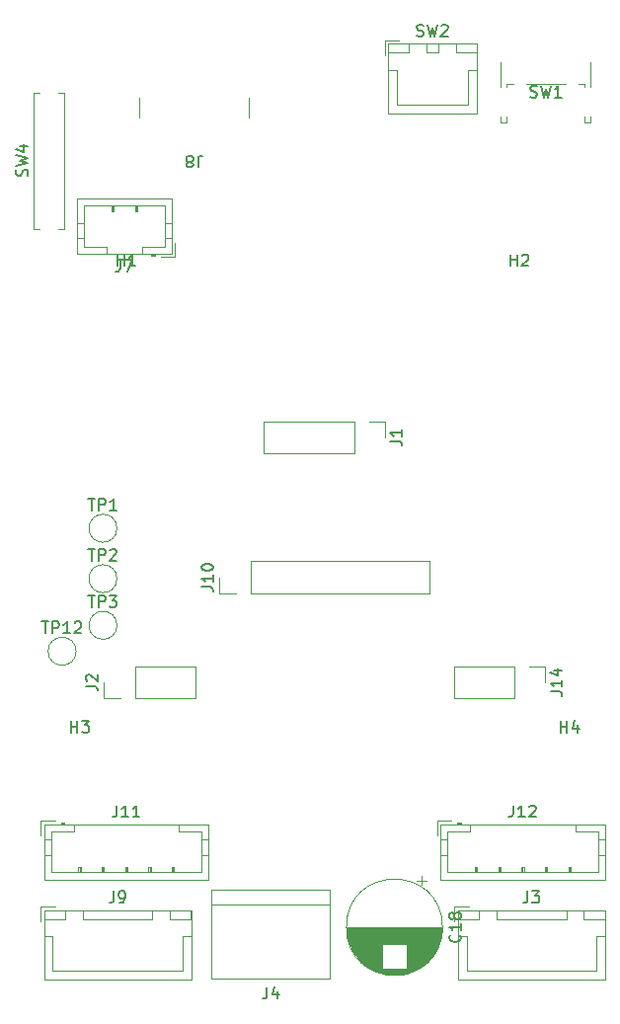
<source format=gbr>
%TF.GenerationSoftware,KiCad,Pcbnew,9.0.4*%
%TF.CreationDate,2025-08-24T10:42:23+02:00*%
%TF.ProjectId,pami_2026,70616d69-5f32-4303-9236-2e6b69636164,rev?*%
%TF.SameCoordinates,Original*%
%TF.FileFunction,Legend,Top*%
%TF.FilePolarity,Positive*%
%FSLAX46Y46*%
G04 Gerber Fmt 4.6, Leading zero omitted, Abs format (unit mm)*
G04 Created by KiCad (PCBNEW 9.0.4) date 2025-08-24 10:42:23*
%MOMM*%
%LPD*%
G01*
G04 APERTURE LIST*
%ADD10C,0.150000*%
%ADD11C,0.120000*%
G04 APERTURE END LIST*
D10*
X195190476Y-90554819D02*
X195190476Y-91269104D01*
X195190476Y-91269104D02*
X195142857Y-91411961D01*
X195142857Y-91411961D02*
X195047619Y-91507200D01*
X195047619Y-91507200D02*
X194904762Y-91554819D01*
X194904762Y-91554819D02*
X194809524Y-91554819D01*
X196190476Y-91554819D02*
X195619048Y-91554819D01*
X195904762Y-91554819D02*
X195904762Y-90554819D01*
X195904762Y-90554819D02*
X195809524Y-90697676D01*
X195809524Y-90697676D02*
X195714286Y-90792914D01*
X195714286Y-90792914D02*
X195619048Y-90840533D01*
X197142857Y-91554819D02*
X196571429Y-91554819D01*
X196857143Y-91554819D02*
X196857143Y-90554819D01*
X196857143Y-90554819D02*
X196761905Y-90697676D01*
X196761905Y-90697676D02*
X196666667Y-90792914D01*
X196666667Y-90792914D02*
X196571429Y-90840533D01*
X192738095Y-64252819D02*
X193309523Y-64252819D01*
X193023809Y-65252819D02*
X193023809Y-64252819D01*
X193642857Y-65252819D02*
X193642857Y-64252819D01*
X193642857Y-64252819D02*
X194023809Y-64252819D01*
X194023809Y-64252819D02*
X194119047Y-64300438D01*
X194119047Y-64300438D02*
X194166666Y-64348057D01*
X194166666Y-64348057D02*
X194214285Y-64443295D01*
X194214285Y-64443295D02*
X194214285Y-64586152D01*
X194214285Y-64586152D02*
X194166666Y-64681390D01*
X194166666Y-64681390D02*
X194119047Y-64729009D01*
X194119047Y-64729009D02*
X194023809Y-64776628D01*
X194023809Y-64776628D02*
X193642857Y-64776628D01*
X195166666Y-65252819D02*
X194595238Y-65252819D01*
X194880952Y-65252819D02*
X194880952Y-64252819D01*
X194880952Y-64252819D02*
X194785714Y-64395676D01*
X194785714Y-64395676D02*
X194690476Y-64490914D01*
X194690476Y-64490914D02*
X194595238Y-64538533D01*
X202153333Y-35845180D02*
X202153333Y-35130895D01*
X202153333Y-35130895D02*
X202200952Y-34988038D01*
X202200952Y-34988038D02*
X202296190Y-34892800D01*
X202296190Y-34892800D02*
X202439047Y-34845180D01*
X202439047Y-34845180D02*
X202534285Y-34845180D01*
X201534285Y-35416609D02*
X201629523Y-35464228D01*
X201629523Y-35464228D02*
X201677142Y-35511847D01*
X201677142Y-35511847D02*
X201724761Y-35607085D01*
X201724761Y-35607085D02*
X201724761Y-35654704D01*
X201724761Y-35654704D02*
X201677142Y-35749942D01*
X201677142Y-35749942D02*
X201629523Y-35797561D01*
X201629523Y-35797561D02*
X201534285Y-35845180D01*
X201534285Y-35845180D02*
X201343809Y-35845180D01*
X201343809Y-35845180D02*
X201248571Y-35797561D01*
X201248571Y-35797561D02*
X201200952Y-35749942D01*
X201200952Y-35749942D02*
X201153333Y-35654704D01*
X201153333Y-35654704D02*
X201153333Y-35607085D01*
X201153333Y-35607085D02*
X201200952Y-35511847D01*
X201200952Y-35511847D02*
X201248571Y-35464228D01*
X201248571Y-35464228D02*
X201343809Y-35416609D01*
X201343809Y-35416609D02*
X201534285Y-35416609D01*
X201534285Y-35416609D02*
X201629523Y-35368990D01*
X201629523Y-35368990D02*
X201677142Y-35321371D01*
X201677142Y-35321371D02*
X201724761Y-35226133D01*
X201724761Y-35226133D02*
X201724761Y-35035657D01*
X201724761Y-35035657D02*
X201677142Y-34940419D01*
X201677142Y-34940419D02*
X201629523Y-34892800D01*
X201629523Y-34892800D02*
X201534285Y-34845180D01*
X201534285Y-34845180D02*
X201343809Y-34845180D01*
X201343809Y-34845180D02*
X201248571Y-34892800D01*
X201248571Y-34892800D02*
X201200952Y-34940419D01*
X201200952Y-34940419D02*
X201153333Y-35035657D01*
X201153333Y-35035657D02*
X201153333Y-35226133D01*
X201153333Y-35226133D02*
X201200952Y-35321371D01*
X201200952Y-35321371D02*
X201248571Y-35368990D01*
X201248571Y-35368990D02*
X201343809Y-35416609D01*
X229190476Y-90554819D02*
X229190476Y-91269104D01*
X229190476Y-91269104D02*
X229142857Y-91411961D01*
X229142857Y-91411961D02*
X229047619Y-91507200D01*
X229047619Y-91507200D02*
X228904762Y-91554819D01*
X228904762Y-91554819D02*
X228809524Y-91554819D01*
X230190476Y-91554819D02*
X229619048Y-91554819D01*
X229904762Y-91554819D02*
X229904762Y-90554819D01*
X229904762Y-90554819D02*
X229809524Y-90697676D01*
X229809524Y-90697676D02*
X229714286Y-90792914D01*
X229714286Y-90792914D02*
X229619048Y-90840533D01*
X230571429Y-90650057D02*
X230619048Y-90602438D01*
X230619048Y-90602438D02*
X230714286Y-90554819D01*
X230714286Y-90554819D02*
X230952381Y-90554819D01*
X230952381Y-90554819D02*
X231047619Y-90602438D01*
X231047619Y-90602438D02*
X231095238Y-90650057D01*
X231095238Y-90650057D02*
X231142857Y-90745295D01*
X231142857Y-90745295D02*
X231142857Y-90840533D01*
X231142857Y-90840533D02*
X231095238Y-90983390D01*
X231095238Y-90983390D02*
X230523810Y-91554819D01*
X230523810Y-91554819D02*
X231142857Y-91554819D01*
X228935151Y-44304819D02*
X228935151Y-43304819D01*
X228935151Y-43781009D02*
X229506579Y-43781009D01*
X229506579Y-44304819D02*
X229506579Y-43304819D01*
X229935151Y-43400057D02*
X229982770Y-43352438D01*
X229982770Y-43352438D02*
X230078008Y-43304819D01*
X230078008Y-43304819D02*
X230316103Y-43304819D01*
X230316103Y-43304819D02*
X230411341Y-43352438D01*
X230411341Y-43352438D02*
X230458960Y-43400057D01*
X230458960Y-43400057D02*
X230506579Y-43495295D01*
X230506579Y-43495295D02*
X230506579Y-43590533D01*
X230506579Y-43590533D02*
X230458960Y-43733390D01*
X230458960Y-43733390D02*
X229887532Y-44304819D01*
X229887532Y-44304819D02*
X230506579Y-44304819D01*
X194916666Y-97904819D02*
X194916666Y-98619104D01*
X194916666Y-98619104D02*
X194869047Y-98761961D01*
X194869047Y-98761961D02*
X194773809Y-98857200D01*
X194773809Y-98857200D02*
X194630952Y-98904819D01*
X194630952Y-98904819D02*
X194535714Y-98904819D01*
X195440476Y-98904819D02*
X195630952Y-98904819D01*
X195630952Y-98904819D02*
X195726190Y-98857200D01*
X195726190Y-98857200D02*
X195773809Y-98809580D01*
X195773809Y-98809580D02*
X195869047Y-98666723D01*
X195869047Y-98666723D02*
X195916666Y-98476247D01*
X195916666Y-98476247D02*
X195916666Y-98095295D01*
X195916666Y-98095295D02*
X195869047Y-98000057D01*
X195869047Y-98000057D02*
X195821428Y-97952438D01*
X195821428Y-97952438D02*
X195726190Y-97904819D01*
X195726190Y-97904819D02*
X195535714Y-97904819D01*
X195535714Y-97904819D02*
X195440476Y-97952438D01*
X195440476Y-97952438D02*
X195392857Y-98000057D01*
X195392857Y-98000057D02*
X195345238Y-98095295D01*
X195345238Y-98095295D02*
X195345238Y-98333390D01*
X195345238Y-98333390D02*
X195392857Y-98428628D01*
X195392857Y-98428628D02*
X195440476Y-98476247D01*
X195440476Y-98476247D02*
X195535714Y-98523866D01*
X195535714Y-98523866D02*
X195726190Y-98523866D01*
X195726190Y-98523866D02*
X195821428Y-98476247D01*
X195821428Y-98476247D02*
X195869047Y-98428628D01*
X195869047Y-98428628D02*
X195916666Y-98333390D01*
X195500666Y-43798819D02*
X195500666Y-44513104D01*
X195500666Y-44513104D02*
X195453047Y-44655961D01*
X195453047Y-44655961D02*
X195357809Y-44751200D01*
X195357809Y-44751200D02*
X195214952Y-44798819D01*
X195214952Y-44798819D02*
X195119714Y-44798819D01*
X195881619Y-43798819D02*
X196548285Y-43798819D01*
X196548285Y-43798819D02*
X196119714Y-44798819D01*
X208073666Y-106134819D02*
X208073666Y-106849104D01*
X208073666Y-106849104D02*
X208026047Y-106991961D01*
X208026047Y-106991961D02*
X207930809Y-107087200D01*
X207930809Y-107087200D02*
X207787952Y-107134819D01*
X207787952Y-107134819D02*
X207692714Y-107134819D01*
X208978428Y-106468152D02*
X208978428Y-107134819D01*
X208740333Y-106087200D02*
X208502238Y-106801485D01*
X208502238Y-106801485D02*
X209121285Y-106801485D01*
X233238095Y-84304819D02*
X233238095Y-83304819D01*
X233238095Y-83781009D02*
X233809523Y-83781009D01*
X233809523Y-84304819D02*
X233809523Y-83304819D01*
X234714285Y-83638152D02*
X234714285Y-84304819D01*
X234476190Y-83257200D02*
X234238095Y-83971485D01*
X234238095Y-83971485D02*
X234857142Y-83971485D01*
X220916667Y-24569700D02*
X221059524Y-24617319D01*
X221059524Y-24617319D02*
X221297619Y-24617319D01*
X221297619Y-24617319D02*
X221392857Y-24569700D01*
X221392857Y-24569700D02*
X221440476Y-24522080D01*
X221440476Y-24522080D02*
X221488095Y-24426842D01*
X221488095Y-24426842D02*
X221488095Y-24331604D01*
X221488095Y-24331604D02*
X221440476Y-24236366D01*
X221440476Y-24236366D02*
X221392857Y-24188747D01*
X221392857Y-24188747D02*
X221297619Y-24141128D01*
X221297619Y-24141128D02*
X221107143Y-24093509D01*
X221107143Y-24093509D02*
X221011905Y-24045890D01*
X221011905Y-24045890D02*
X220964286Y-23998271D01*
X220964286Y-23998271D02*
X220916667Y-23903033D01*
X220916667Y-23903033D02*
X220916667Y-23807795D01*
X220916667Y-23807795D02*
X220964286Y-23712557D01*
X220964286Y-23712557D02*
X221011905Y-23664938D01*
X221011905Y-23664938D02*
X221107143Y-23617319D01*
X221107143Y-23617319D02*
X221345238Y-23617319D01*
X221345238Y-23617319D02*
X221488095Y-23664938D01*
X221821429Y-23617319D02*
X222059524Y-24617319D01*
X222059524Y-24617319D02*
X222250000Y-23903033D01*
X222250000Y-23903033D02*
X222440476Y-24617319D01*
X222440476Y-24617319D02*
X222678572Y-23617319D01*
X223011905Y-23712557D02*
X223059524Y-23664938D01*
X223059524Y-23664938D02*
X223154762Y-23617319D01*
X223154762Y-23617319D02*
X223392857Y-23617319D01*
X223392857Y-23617319D02*
X223488095Y-23664938D01*
X223488095Y-23664938D02*
X223535714Y-23712557D01*
X223535714Y-23712557D02*
X223583333Y-23807795D01*
X223583333Y-23807795D02*
X223583333Y-23903033D01*
X223583333Y-23903033D02*
X223535714Y-24045890D01*
X223535714Y-24045890D02*
X222964286Y-24617319D01*
X222964286Y-24617319D02*
X223583333Y-24617319D01*
X230641667Y-29799700D02*
X230784524Y-29847319D01*
X230784524Y-29847319D02*
X231022619Y-29847319D01*
X231022619Y-29847319D02*
X231117857Y-29799700D01*
X231117857Y-29799700D02*
X231165476Y-29752080D01*
X231165476Y-29752080D02*
X231213095Y-29656842D01*
X231213095Y-29656842D02*
X231213095Y-29561604D01*
X231213095Y-29561604D02*
X231165476Y-29466366D01*
X231165476Y-29466366D02*
X231117857Y-29418747D01*
X231117857Y-29418747D02*
X231022619Y-29371128D01*
X231022619Y-29371128D02*
X230832143Y-29323509D01*
X230832143Y-29323509D02*
X230736905Y-29275890D01*
X230736905Y-29275890D02*
X230689286Y-29228271D01*
X230689286Y-29228271D02*
X230641667Y-29133033D01*
X230641667Y-29133033D02*
X230641667Y-29037795D01*
X230641667Y-29037795D02*
X230689286Y-28942557D01*
X230689286Y-28942557D02*
X230736905Y-28894938D01*
X230736905Y-28894938D02*
X230832143Y-28847319D01*
X230832143Y-28847319D02*
X231070238Y-28847319D01*
X231070238Y-28847319D02*
X231213095Y-28894938D01*
X231546429Y-28847319D02*
X231784524Y-29847319D01*
X231784524Y-29847319D02*
X231975000Y-29133033D01*
X231975000Y-29133033D02*
X232165476Y-29847319D01*
X232165476Y-29847319D02*
X232403572Y-28847319D01*
X233308333Y-29847319D02*
X232736905Y-29847319D01*
X233022619Y-29847319D02*
X233022619Y-28847319D01*
X233022619Y-28847319D02*
X232927381Y-28990176D01*
X232927381Y-28990176D02*
X232832143Y-29085414D01*
X232832143Y-29085414D02*
X232736905Y-29133033D01*
X192738095Y-72576819D02*
X193309523Y-72576819D01*
X193023809Y-73576819D02*
X193023809Y-72576819D01*
X193642857Y-73576819D02*
X193642857Y-72576819D01*
X193642857Y-72576819D02*
X194023809Y-72576819D01*
X194023809Y-72576819D02*
X194119047Y-72624438D01*
X194119047Y-72624438D02*
X194166666Y-72672057D01*
X194166666Y-72672057D02*
X194214285Y-72767295D01*
X194214285Y-72767295D02*
X194214285Y-72910152D01*
X194214285Y-72910152D02*
X194166666Y-73005390D01*
X194166666Y-73005390D02*
X194119047Y-73053009D01*
X194119047Y-73053009D02*
X194023809Y-73100628D01*
X194023809Y-73100628D02*
X193642857Y-73100628D01*
X194547619Y-72576819D02*
X195166666Y-72576819D01*
X195166666Y-72576819D02*
X194833333Y-72957771D01*
X194833333Y-72957771D02*
X194976190Y-72957771D01*
X194976190Y-72957771D02*
X195071428Y-73005390D01*
X195071428Y-73005390D02*
X195119047Y-73053009D01*
X195119047Y-73053009D02*
X195166666Y-73148247D01*
X195166666Y-73148247D02*
X195166666Y-73386342D01*
X195166666Y-73386342D02*
X195119047Y-73481580D01*
X195119047Y-73481580D02*
X195071428Y-73529200D01*
X195071428Y-73529200D02*
X194976190Y-73576819D01*
X194976190Y-73576819D02*
X194690476Y-73576819D01*
X194690476Y-73576819D02*
X194595238Y-73529200D01*
X194595238Y-73529200D02*
X194547619Y-73481580D01*
X218644819Y-59333333D02*
X219359104Y-59333333D01*
X219359104Y-59333333D02*
X219501961Y-59380952D01*
X219501961Y-59380952D02*
X219597200Y-59476190D01*
X219597200Y-59476190D02*
X219644819Y-59619047D01*
X219644819Y-59619047D02*
X219644819Y-59714285D01*
X219644819Y-58333333D02*
X219644819Y-58904761D01*
X219644819Y-58619047D02*
X218644819Y-58619047D01*
X218644819Y-58619047D02*
X218787676Y-58714285D01*
X218787676Y-58714285D02*
X218882914Y-58809523D01*
X218882914Y-58809523D02*
X218930533Y-58904761D01*
X192738095Y-68576819D02*
X193309523Y-68576819D01*
X193023809Y-69576819D02*
X193023809Y-68576819D01*
X193642857Y-69576819D02*
X193642857Y-68576819D01*
X193642857Y-68576819D02*
X194023809Y-68576819D01*
X194023809Y-68576819D02*
X194119047Y-68624438D01*
X194119047Y-68624438D02*
X194166666Y-68672057D01*
X194166666Y-68672057D02*
X194214285Y-68767295D01*
X194214285Y-68767295D02*
X194214285Y-68910152D01*
X194214285Y-68910152D02*
X194166666Y-69005390D01*
X194166666Y-69005390D02*
X194119047Y-69053009D01*
X194119047Y-69053009D02*
X194023809Y-69100628D01*
X194023809Y-69100628D02*
X193642857Y-69100628D01*
X194595238Y-68672057D02*
X194642857Y-68624438D01*
X194642857Y-68624438D02*
X194738095Y-68576819D01*
X194738095Y-68576819D02*
X194976190Y-68576819D01*
X194976190Y-68576819D02*
X195071428Y-68624438D01*
X195071428Y-68624438D02*
X195119047Y-68672057D01*
X195119047Y-68672057D02*
X195166666Y-68767295D01*
X195166666Y-68767295D02*
X195166666Y-68862533D01*
X195166666Y-68862533D02*
X195119047Y-69005390D01*
X195119047Y-69005390D02*
X194547619Y-69576819D01*
X194547619Y-69576819D02*
X195166666Y-69576819D01*
X232374819Y-80809523D02*
X233089104Y-80809523D01*
X233089104Y-80809523D02*
X233231961Y-80857142D01*
X233231961Y-80857142D02*
X233327200Y-80952380D01*
X233327200Y-80952380D02*
X233374819Y-81095237D01*
X233374819Y-81095237D02*
X233374819Y-81190475D01*
X233374819Y-79809523D02*
X233374819Y-80380951D01*
X233374819Y-80095237D02*
X232374819Y-80095237D01*
X232374819Y-80095237D02*
X232517676Y-80190475D01*
X232517676Y-80190475D02*
X232612914Y-80285713D01*
X232612914Y-80285713D02*
X232660533Y-80380951D01*
X232708152Y-78952380D02*
X233374819Y-78952380D01*
X232327200Y-79190475D02*
X233041485Y-79428570D01*
X233041485Y-79428570D02*
X233041485Y-78809523D01*
X195238095Y-44304819D02*
X195238095Y-43304819D01*
X195238095Y-43781009D02*
X195809523Y-43781009D01*
X195809523Y-44304819D02*
X195809523Y-43304819D01*
X196809523Y-44304819D02*
X196238095Y-44304819D01*
X196523809Y-44304819D02*
X196523809Y-43304819D01*
X196523809Y-43304819D02*
X196428571Y-43447676D01*
X196428571Y-43447676D02*
X196333333Y-43542914D01*
X196333333Y-43542914D02*
X196238095Y-43590533D01*
X202454819Y-71809523D02*
X203169104Y-71809523D01*
X203169104Y-71809523D02*
X203311961Y-71857142D01*
X203311961Y-71857142D02*
X203407200Y-71952380D01*
X203407200Y-71952380D02*
X203454819Y-72095237D01*
X203454819Y-72095237D02*
X203454819Y-72190475D01*
X203454819Y-70809523D02*
X203454819Y-71380951D01*
X203454819Y-71095237D02*
X202454819Y-71095237D01*
X202454819Y-71095237D02*
X202597676Y-71190475D01*
X202597676Y-71190475D02*
X202692914Y-71285713D01*
X202692914Y-71285713D02*
X202740533Y-71380951D01*
X202454819Y-70190475D02*
X202454819Y-70095237D01*
X202454819Y-70095237D02*
X202502438Y-69999999D01*
X202502438Y-69999999D02*
X202550057Y-69952380D01*
X202550057Y-69952380D02*
X202645295Y-69904761D01*
X202645295Y-69904761D02*
X202835771Y-69857142D01*
X202835771Y-69857142D02*
X203073866Y-69857142D01*
X203073866Y-69857142D02*
X203264342Y-69904761D01*
X203264342Y-69904761D02*
X203359580Y-69952380D01*
X203359580Y-69952380D02*
X203407200Y-69999999D01*
X203407200Y-69999999D02*
X203454819Y-70095237D01*
X203454819Y-70095237D02*
X203454819Y-70190475D01*
X203454819Y-70190475D02*
X203407200Y-70285713D01*
X203407200Y-70285713D02*
X203359580Y-70333332D01*
X203359580Y-70333332D02*
X203264342Y-70380951D01*
X203264342Y-70380951D02*
X203073866Y-70428570D01*
X203073866Y-70428570D02*
X202835771Y-70428570D01*
X202835771Y-70428570D02*
X202645295Y-70380951D01*
X202645295Y-70380951D02*
X202550057Y-70333332D01*
X202550057Y-70333332D02*
X202502438Y-70285713D01*
X202502438Y-70285713D02*
X202454819Y-70190475D01*
X230416666Y-97904819D02*
X230416666Y-98619104D01*
X230416666Y-98619104D02*
X230369047Y-98761961D01*
X230369047Y-98761961D02*
X230273809Y-98857200D01*
X230273809Y-98857200D02*
X230130952Y-98904819D01*
X230130952Y-98904819D02*
X230035714Y-98904819D01*
X230797619Y-97904819D02*
X231416666Y-97904819D01*
X231416666Y-97904819D02*
X231083333Y-98285771D01*
X231083333Y-98285771D02*
X231226190Y-98285771D01*
X231226190Y-98285771D02*
X231321428Y-98333390D01*
X231321428Y-98333390D02*
X231369047Y-98381009D01*
X231369047Y-98381009D02*
X231416666Y-98476247D01*
X231416666Y-98476247D02*
X231416666Y-98714342D01*
X231416666Y-98714342D02*
X231369047Y-98809580D01*
X231369047Y-98809580D02*
X231321428Y-98857200D01*
X231321428Y-98857200D02*
X231226190Y-98904819D01*
X231226190Y-98904819D02*
X230940476Y-98904819D01*
X230940476Y-98904819D02*
X230845238Y-98857200D01*
X230845238Y-98857200D02*
X230797619Y-98809580D01*
X187514200Y-36597832D02*
X187561819Y-36454975D01*
X187561819Y-36454975D02*
X187561819Y-36216880D01*
X187561819Y-36216880D02*
X187514200Y-36121642D01*
X187514200Y-36121642D02*
X187466580Y-36074023D01*
X187466580Y-36074023D02*
X187371342Y-36026404D01*
X187371342Y-36026404D02*
X187276104Y-36026404D01*
X187276104Y-36026404D02*
X187180866Y-36074023D01*
X187180866Y-36074023D02*
X187133247Y-36121642D01*
X187133247Y-36121642D02*
X187085628Y-36216880D01*
X187085628Y-36216880D02*
X187038009Y-36407356D01*
X187038009Y-36407356D02*
X186990390Y-36502594D01*
X186990390Y-36502594D02*
X186942771Y-36550213D01*
X186942771Y-36550213D02*
X186847533Y-36597832D01*
X186847533Y-36597832D02*
X186752295Y-36597832D01*
X186752295Y-36597832D02*
X186657057Y-36550213D01*
X186657057Y-36550213D02*
X186609438Y-36502594D01*
X186609438Y-36502594D02*
X186561819Y-36407356D01*
X186561819Y-36407356D02*
X186561819Y-36169261D01*
X186561819Y-36169261D02*
X186609438Y-36026404D01*
X186561819Y-35693070D02*
X187561819Y-35454975D01*
X187561819Y-35454975D02*
X186847533Y-35264499D01*
X186847533Y-35264499D02*
X187561819Y-35074023D01*
X187561819Y-35074023D02*
X186561819Y-34835928D01*
X186895152Y-34026404D02*
X187561819Y-34026404D01*
X186514200Y-34264499D02*
X187228485Y-34502594D01*
X187228485Y-34502594D02*
X187228485Y-33883547D01*
X188761905Y-74799819D02*
X189333333Y-74799819D01*
X189047619Y-75799819D02*
X189047619Y-74799819D01*
X189666667Y-75799819D02*
X189666667Y-74799819D01*
X189666667Y-74799819D02*
X190047619Y-74799819D01*
X190047619Y-74799819D02*
X190142857Y-74847438D01*
X190142857Y-74847438D02*
X190190476Y-74895057D01*
X190190476Y-74895057D02*
X190238095Y-74990295D01*
X190238095Y-74990295D02*
X190238095Y-75133152D01*
X190238095Y-75133152D02*
X190190476Y-75228390D01*
X190190476Y-75228390D02*
X190142857Y-75276009D01*
X190142857Y-75276009D02*
X190047619Y-75323628D01*
X190047619Y-75323628D02*
X189666667Y-75323628D01*
X191190476Y-75799819D02*
X190619048Y-75799819D01*
X190904762Y-75799819D02*
X190904762Y-74799819D01*
X190904762Y-74799819D02*
X190809524Y-74942676D01*
X190809524Y-74942676D02*
X190714286Y-75037914D01*
X190714286Y-75037914D02*
X190619048Y-75085533D01*
X191571429Y-74895057D02*
X191619048Y-74847438D01*
X191619048Y-74847438D02*
X191714286Y-74799819D01*
X191714286Y-74799819D02*
X191952381Y-74799819D01*
X191952381Y-74799819D02*
X192047619Y-74847438D01*
X192047619Y-74847438D02*
X192095238Y-74895057D01*
X192095238Y-74895057D02*
X192142857Y-74990295D01*
X192142857Y-74990295D02*
X192142857Y-75085533D01*
X192142857Y-75085533D02*
X192095238Y-75228390D01*
X192095238Y-75228390D02*
X191523810Y-75799819D01*
X191523810Y-75799819D02*
X192142857Y-75799819D01*
X192534819Y-80333333D02*
X193249104Y-80333333D01*
X193249104Y-80333333D02*
X193391961Y-80380952D01*
X193391961Y-80380952D02*
X193487200Y-80476190D01*
X193487200Y-80476190D02*
X193534819Y-80619047D01*
X193534819Y-80619047D02*
X193534819Y-80714285D01*
X192630057Y-79904761D02*
X192582438Y-79857142D01*
X192582438Y-79857142D02*
X192534819Y-79761904D01*
X192534819Y-79761904D02*
X192534819Y-79523809D01*
X192534819Y-79523809D02*
X192582438Y-79428571D01*
X192582438Y-79428571D02*
X192630057Y-79380952D01*
X192630057Y-79380952D02*
X192725295Y-79333333D01*
X192725295Y-79333333D02*
X192820533Y-79333333D01*
X192820533Y-79333333D02*
X192963390Y-79380952D01*
X192963390Y-79380952D02*
X193534819Y-79952380D01*
X193534819Y-79952380D02*
X193534819Y-79333333D01*
X191238095Y-84304819D02*
X191238095Y-83304819D01*
X191238095Y-83781009D02*
X191809523Y-83781009D01*
X191809523Y-84304819D02*
X191809523Y-83304819D01*
X192190476Y-83304819D02*
X192809523Y-83304819D01*
X192809523Y-83304819D02*
X192476190Y-83685771D01*
X192476190Y-83685771D02*
X192619047Y-83685771D01*
X192619047Y-83685771D02*
X192714285Y-83733390D01*
X192714285Y-83733390D02*
X192761904Y-83781009D01*
X192761904Y-83781009D02*
X192809523Y-83876247D01*
X192809523Y-83876247D02*
X192809523Y-84114342D01*
X192809523Y-84114342D02*
X192761904Y-84209580D01*
X192761904Y-84209580D02*
X192714285Y-84257200D01*
X192714285Y-84257200D02*
X192619047Y-84304819D01*
X192619047Y-84304819D02*
X192333333Y-84304819D01*
X192333333Y-84304819D02*
X192238095Y-84257200D01*
X192238095Y-84257200D02*
X192190476Y-84209580D01*
X224609580Y-101642857D02*
X224657200Y-101690476D01*
X224657200Y-101690476D02*
X224704819Y-101833333D01*
X224704819Y-101833333D02*
X224704819Y-101928571D01*
X224704819Y-101928571D02*
X224657200Y-102071428D01*
X224657200Y-102071428D02*
X224561961Y-102166666D01*
X224561961Y-102166666D02*
X224466723Y-102214285D01*
X224466723Y-102214285D02*
X224276247Y-102261904D01*
X224276247Y-102261904D02*
X224133390Y-102261904D01*
X224133390Y-102261904D02*
X223942914Y-102214285D01*
X223942914Y-102214285D02*
X223847676Y-102166666D01*
X223847676Y-102166666D02*
X223752438Y-102071428D01*
X223752438Y-102071428D02*
X223704819Y-101928571D01*
X223704819Y-101928571D02*
X223704819Y-101833333D01*
X223704819Y-101833333D02*
X223752438Y-101690476D01*
X223752438Y-101690476D02*
X223800057Y-101642857D01*
X224704819Y-100690476D02*
X224704819Y-101261904D01*
X224704819Y-100976190D02*
X223704819Y-100976190D01*
X223704819Y-100976190D02*
X223847676Y-101071428D01*
X223847676Y-101071428D02*
X223942914Y-101166666D01*
X223942914Y-101166666D02*
X223990533Y-101261904D01*
X224133390Y-100119047D02*
X224085771Y-100214285D01*
X224085771Y-100214285D02*
X224038152Y-100261904D01*
X224038152Y-100261904D02*
X223942914Y-100309523D01*
X223942914Y-100309523D02*
X223895295Y-100309523D01*
X223895295Y-100309523D02*
X223800057Y-100261904D01*
X223800057Y-100261904D02*
X223752438Y-100214285D01*
X223752438Y-100214285D02*
X223704819Y-100119047D01*
X223704819Y-100119047D02*
X223704819Y-99928571D01*
X223704819Y-99928571D02*
X223752438Y-99833333D01*
X223752438Y-99833333D02*
X223800057Y-99785714D01*
X223800057Y-99785714D02*
X223895295Y-99738095D01*
X223895295Y-99738095D02*
X223942914Y-99738095D01*
X223942914Y-99738095D02*
X224038152Y-99785714D01*
X224038152Y-99785714D02*
X224085771Y-99833333D01*
X224085771Y-99833333D02*
X224133390Y-99928571D01*
X224133390Y-99928571D02*
X224133390Y-100119047D01*
X224133390Y-100119047D02*
X224181009Y-100214285D01*
X224181009Y-100214285D02*
X224228628Y-100261904D01*
X224228628Y-100261904D02*
X224323866Y-100309523D01*
X224323866Y-100309523D02*
X224514342Y-100309523D01*
X224514342Y-100309523D02*
X224609580Y-100261904D01*
X224609580Y-100261904D02*
X224657200Y-100214285D01*
X224657200Y-100214285D02*
X224704819Y-100119047D01*
X224704819Y-100119047D02*
X224704819Y-99928571D01*
X224704819Y-99928571D02*
X224657200Y-99833333D01*
X224657200Y-99833333D02*
X224609580Y-99785714D01*
X224609580Y-99785714D02*
X224514342Y-99738095D01*
X224514342Y-99738095D02*
X224323866Y-99738095D01*
X224323866Y-99738095D02*
X224228628Y-99785714D01*
X224228628Y-99785714D02*
X224181009Y-99833333D01*
X224181009Y-99833333D02*
X224133390Y-99928571D01*
D11*
%TO.C,J11*%
X203060000Y-96910000D02*
X203060000Y-92190000D01*
X203060000Y-94800000D02*
X202450000Y-94800000D01*
X203060000Y-93500000D02*
X202450000Y-93500000D01*
X203060000Y-92190000D02*
X188940000Y-92190000D01*
X202450000Y-96300000D02*
X202450000Y-92800000D01*
X202450000Y-92800000D02*
X200500000Y-92800000D01*
X200500000Y-92800000D02*
X200500000Y-92190000D01*
X200100000Y-95800000D02*
X200100000Y-96300000D01*
X200000000Y-96300000D02*
X200000000Y-95800000D01*
X199900000Y-96300000D02*
X199900000Y-95800000D01*
X199900000Y-95800000D02*
X200100000Y-95800000D01*
X198100000Y-95800000D02*
X198100000Y-96300000D01*
X198000000Y-96300000D02*
X198000000Y-95800000D01*
X197900000Y-96300000D02*
X197900000Y-95800000D01*
X197900000Y-95800000D02*
X198100000Y-95800000D01*
X196100000Y-95800000D02*
X196100000Y-96300000D01*
X196000000Y-96300000D02*
X196000000Y-95800000D01*
X195900000Y-96300000D02*
X195900000Y-95800000D01*
X195900000Y-95800000D02*
X196100000Y-95800000D01*
X194100000Y-95800000D02*
X194100000Y-96300000D01*
X194000000Y-96300000D02*
X194000000Y-95800000D01*
X193900000Y-96300000D02*
X193900000Y-95800000D01*
X193900000Y-95800000D02*
X194100000Y-95800000D01*
X192100000Y-95800000D02*
X192100000Y-96300000D01*
X192000000Y-96300000D02*
X192000000Y-95800000D01*
X191900000Y-96300000D02*
X191900000Y-95800000D01*
X191900000Y-95800000D02*
X192100000Y-95800000D01*
X191500000Y-92800000D02*
X189550000Y-92800000D01*
X191500000Y-92190000D02*
X191500000Y-92800000D01*
X190700000Y-92190000D02*
X190700000Y-91990000D01*
X190700000Y-92090000D02*
X190400000Y-92090000D01*
X190700000Y-91990000D02*
X190400000Y-91990000D01*
X190400000Y-91990000D02*
X190400000Y-92190000D01*
X189890000Y-91890000D02*
X188640000Y-91890000D01*
X189550000Y-96300000D02*
X202450000Y-96300000D01*
X189550000Y-92800000D02*
X189550000Y-96300000D01*
X188940000Y-96910000D02*
X203060000Y-96910000D01*
X188940000Y-94800000D02*
X189550000Y-94800000D01*
X188940000Y-93500000D02*
X189550000Y-93500000D01*
X188940000Y-92190000D02*
X188940000Y-96910000D01*
X188640000Y-91890000D02*
X188640000Y-93140000D01*
%TO.C,TP1*%
X195200000Y-66796000D02*
G75*
G02*
X192800000Y-66796000I-1200000J0D01*
G01*
X192800000Y-66796000D02*
G75*
G02*
X195200000Y-66796000I1200000J0D01*
G01*
%TO.C,J8*%
X206490000Y-29900000D02*
X206490000Y-31600000D01*
X197150000Y-29900000D02*
X197150000Y-31600000D01*
%TO.C,J12*%
X237060000Y-96910000D02*
X237060000Y-92190000D01*
X237060000Y-94800000D02*
X236450000Y-94800000D01*
X237060000Y-93500000D02*
X236450000Y-93500000D01*
X237060000Y-92190000D02*
X222940000Y-92190000D01*
X236450000Y-96300000D02*
X236450000Y-92800000D01*
X236450000Y-92800000D02*
X234500000Y-92800000D01*
X234500000Y-92800000D02*
X234500000Y-92190000D01*
X234100000Y-95800000D02*
X234100000Y-96300000D01*
X234000000Y-96300000D02*
X234000000Y-95800000D01*
X233900000Y-96300000D02*
X233900000Y-95800000D01*
X233900000Y-95800000D02*
X234100000Y-95800000D01*
X232100000Y-95800000D02*
X232100000Y-96300000D01*
X232000000Y-96300000D02*
X232000000Y-95800000D01*
X231900000Y-96300000D02*
X231900000Y-95800000D01*
X231900000Y-95800000D02*
X232100000Y-95800000D01*
X230100000Y-95800000D02*
X230100000Y-96300000D01*
X230000000Y-96300000D02*
X230000000Y-95800000D01*
X229900000Y-96300000D02*
X229900000Y-95800000D01*
X229900000Y-95800000D02*
X230100000Y-95800000D01*
X228100000Y-95800000D02*
X228100000Y-96300000D01*
X228000000Y-96300000D02*
X228000000Y-95800000D01*
X227900000Y-96300000D02*
X227900000Y-95800000D01*
X227900000Y-95800000D02*
X228100000Y-95800000D01*
X226100000Y-95800000D02*
X226100000Y-96300000D01*
X226000000Y-96300000D02*
X226000000Y-95800000D01*
X225900000Y-96300000D02*
X225900000Y-95800000D01*
X225900000Y-95800000D02*
X226100000Y-95800000D01*
X225500000Y-92800000D02*
X223550000Y-92800000D01*
X225500000Y-92190000D02*
X225500000Y-92800000D01*
X224700000Y-92190000D02*
X224700000Y-91990000D01*
X224700000Y-92090000D02*
X224400000Y-92090000D01*
X224700000Y-91990000D02*
X224400000Y-91990000D01*
X224400000Y-91990000D02*
X224400000Y-92190000D01*
X223890000Y-91890000D02*
X222640000Y-91890000D01*
X223550000Y-96300000D02*
X236450000Y-96300000D01*
X223550000Y-92800000D02*
X223550000Y-96300000D01*
X222940000Y-96910000D02*
X237060000Y-96910000D01*
X222940000Y-94800000D02*
X223550000Y-94800000D01*
X222940000Y-93500000D02*
X223550000Y-93500000D01*
X222940000Y-92190000D02*
X222940000Y-96910000D01*
X222640000Y-91890000D02*
X222640000Y-93140000D01*
%TO.C,J9*%
X188650000Y-99250000D02*
X188650000Y-100500000D01*
X188940000Y-99540000D02*
X188940000Y-105510000D01*
X188940000Y-105510000D02*
X201560000Y-105510000D01*
X188950000Y-99550000D02*
X188950000Y-100300000D01*
X188950000Y-100300000D02*
X190750000Y-100300000D01*
X188950000Y-101800000D02*
X189700000Y-101800000D01*
X189700000Y-101800000D02*
X189700000Y-104750000D01*
X189700000Y-104750000D02*
X195250000Y-104750000D01*
X189900000Y-99250000D02*
X188650000Y-99250000D01*
X190750000Y-99550000D02*
X188950000Y-99550000D01*
X190750000Y-100300000D02*
X190750000Y-99550000D01*
X192250000Y-99550000D02*
X192250000Y-100300000D01*
X192250000Y-100300000D02*
X198250000Y-100300000D01*
X198250000Y-99550000D02*
X192250000Y-99550000D01*
X198250000Y-100300000D02*
X198250000Y-99550000D01*
X199750000Y-99550000D02*
X199750000Y-100300000D01*
X199750000Y-100300000D02*
X201550000Y-100300000D01*
X200800000Y-101800000D02*
X200800000Y-104750000D01*
X200800000Y-104750000D02*
X195250000Y-104750000D01*
X201550000Y-99550000D02*
X199750000Y-99550000D01*
X201550000Y-100300000D02*
X201550000Y-99550000D01*
X201550000Y-101800000D02*
X200800000Y-101800000D01*
X201560000Y-99540000D02*
X188940000Y-99540000D01*
X201560000Y-105510000D02*
X201560000Y-99540000D01*
%TO.C,J7*%
X191774000Y-38534000D02*
X191774000Y-43254000D01*
X191774000Y-40644000D02*
X192384000Y-40644000D01*
X191774000Y-41944000D02*
X192384000Y-41944000D01*
X191774000Y-43254000D02*
X199894000Y-43254000D01*
X192384000Y-39144000D02*
X192384000Y-42644000D01*
X192384000Y-42644000D02*
X194334000Y-42644000D01*
X194334000Y-42644000D02*
X194334000Y-43254000D01*
X194734000Y-39644000D02*
X194734000Y-39144000D01*
X194834000Y-39144000D02*
X194834000Y-39644000D01*
X194934000Y-39144000D02*
X194934000Y-39644000D01*
X194934000Y-39644000D02*
X194734000Y-39644000D01*
X196734000Y-39644000D02*
X196734000Y-39144000D01*
X196834000Y-39144000D02*
X196834000Y-39644000D01*
X196934000Y-39144000D02*
X196934000Y-39644000D01*
X196934000Y-39644000D02*
X196734000Y-39644000D01*
X197334000Y-42644000D02*
X199284000Y-42644000D01*
X197334000Y-43254000D02*
X197334000Y-42644000D01*
X198134000Y-43254000D02*
X198134000Y-43454000D01*
X198134000Y-43354000D02*
X198434000Y-43354000D01*
X198134000Y-43454000D02*
X198434000Y-43454000D01*
X198434000Y-43454000D02*
X198434000Y-43254000D01*
X198944000Y-43554000D02*
X200194000Y-43554000D01*
X199284000Y-39144000D02*
X192384000Y-39144000D01*
X199284000Y-42644000D02*
X199284000Y-39144000D01*
X199894000Y-38534000D02*
X191774000Y-38534000D01*
X199894000Y-40644000D02*
X199284000Y-40644000D01*
X199894000Y-41944000D02*
X199284000Y-41944000D01*
X199894000Y-43254000D02*
X199894000Y-38534000D01*
X200194000Y-43554000D02*
X200194000Y-42304000D01*
%TO.C,J4*%
X213487000Y-105410000D02*
X213487000Y-97790000D01*
X213487000Y-97790000D02*
X203327000Y-97790000D01*
X203327000Y-105410000D02*
X213487000Y-105410000D01*
X203327000Y-99060000D02*
X213487000Y-99060000D01*
X203327000Y-97790000D02*
X203327000Y-105410000D01*
%TO.C,SW2*%
X218150000Y-24962500D02*
X218150000Y-26212500D01*
X218440000Y-25252500D02*
X218440000Y-31222500D01*
X218440000Y-31222500D02*
X226060000Y-31222500D01*
X218450000Y-25262500D02*
X218450000Y-26012500D01*
X218450000Y-26012500D02*
X220250000Y-26012500D01*
X218450000Y-27512500D02*
X219200000Y-27512500D01*
X219200000Y-27512500D02*
X219200000Y-30462500D01*
X219200000Y-30462500D02*
X222250000Y-30462500D01*
X219400000Y-24962500D02*
X218150000Y-24962500D01*
X220250000Y-25262500D02*
X218450000Y-25262500D01*
X220250000Y-26012500D02*
X220250000Y-25262500D01*
X221750000Y-25262500D02*
X221750000Y-26012500D01*
X221750000Y-26012500D02*
X222750000Y-26012500D01*
X222750000Y-25262500D02*
X221750000Y-25262500D01*
X222750000Y-26012500D02*
X222750000Y-25262500D01*
X224250000Y-25262500D02*
X224250000Y-26012500D01*
X224250000Y-26012500D02*
X226050000Y-26012500D01*
X225300000Y-27512500D02*
X225300000Y-30462500D01*
X225300000Y-30462500D02*
X222250000Y-30462500D01*
X226050000Y-25262500D02*
X224250000Y-25262500D01*
X226050000Y-26012500D02*
X226050000Y-25262500D01*
X226050000Y-27512500D02*
X225300000Y-27512500D01*
X226060000Y-25252500D02*
X218440000Y-25252500D01*
X226060000Y-31222500D02*
X226060000Y-25252500D01*
%TO.C,SW1*%
X228115000Y-26812500D02*
X228115000Y-28912500D01*
X228115000Y-31512500D02*
X228115000Y-32022500D01*
X228115000Y-32022500D02*
X228635000Y-32022500D01*
X228635000Y-28682500D02*
X228635000Y-28912500D01*
X228635000Y-28682500D02*
X229175000Y-28682500D01*
X228635000Y-31512500D02*
X228635000Y-32022500D01*
X230275000Y-28682500D02*
X233675000Y-28682500D01*
X234775000Y-28682500D02*
X235315000Y-28682500D01*
X235315000Y-28682500D02*
X235315000Y-28912500D01*
X235315000Y-31512500D02*
X235315000Y-32022500D01*
X235315000Y-32022500D02*
X235835000Y-32022500D01*
X235835000Y-26812500D02*
X235835000Y-28912500D01*
X235835000Y-31512500D02*
X235835000Y-32022500D01*
%TO.C,TP3*%
X195200000Y-75120000D02*
G75*
G02*
X192800000Y-75120000I-1200000J0D01*
G01*
X192800000Y-75120000D02*
G75*
G02*
X195200000Y-75120000I1200000J0D01*
G01*
%TO.C,J1*%
X207810000Y-57620000D02*
X207810000Y-60380000D01*
X215540000Y-57620000D02*
X207810000Y-57620000D01*
X215540000Y-57620000D02*
X215540000Y-60380000D01*
X215540000Y-60380000D02*
X207810000Y-60380000D01*
X216810000Y-57620000D02*
X218190000Y-57620000D01*
X218190000Y-57620000D02*
X218190000Y-59000000D01*
%TO.C,TP2*%
X195200000Y-71120000D02*
G75*
G02*
X192800000Y-71120000I-1200000J0D01*
G01*
X192800000Y-71120000D02*
G75*
G02*
X195200000Y-71120000I1200000J0D01*
G01*
%TO.C,J14*%
X224080000Y-78620000D02*
X224080000Y-81380000D01*
X229270000Y-78620000D02*
X224080000Y-78620000D01*
X229270000Y-78620000D02*
X229270000Y-81380000D01*
X229270000Y-81380000D02*
X224080000Y-81380000D01*
X230540000Y-78620000D02*
X231920000Y-78620000D01*
X231920000Y-78620000D02*
X231920000Y-80000000D01*
%TO.C,J10*%
X204000000Y-72380000D02*
X204000000Y-71000000D01*
X205380000Y-72380000D02*
X204000000Y-72380000D01*
X206650000Y-69620000D02*
X222000000Y-69620000D01*
X206650000Y-72380000D02*
X206650000Y-69620000D01*
X206650000Y-72380000D02*
X222000000Y-72380000D01*
X222000000Y-72380000D02*
X222000000Y-69620000D01*
%TO.C,J3*%
X225400000Y-99250000D02*
X224150000Y-99250000D01*
X224150000Y-99250000D02*
X224150000Y-100500000D01*
X237060000Y-99540000D02*
X224440000Y-99540000D01*
X224440000Y-99540000D02*
X224440000Y-105510000D01*
X237050000Y-99550000D02*
X235250000Y-99550000D01*
X235250000Y-99550000D02*
X235250000Y-100300000D01*
X233750000Y-99550000D02*
X227750000Y-99550000D01*
X227750000Y-99550000D02*
X227750000Y-100300000D01*
X226250000Y-99550000D02*
X224450000Y-99550000D01*
X224450000Y-99550000D02*
X224450000Y-100300000D01*
X237050000Y-100300000D02*
X237050000Y-99550000D01*
X235250000Y-100300000D02*
X237050000Y-100300000D01*
X233750000Y-100300000D02*
X233750000Y-99550000D01*
X227750000Y-100300000D02*
X233750000Y-100300000D01*
X226250000Y-100300000D02*
X226250000Y-99550000D01*
X224450000Y-100300000D02*
X226250000Y-100300000D01*
X237050000Y-101800000D02*
X236300000Y-101800000D01*
X236300000Y-101800000D02*
X236300000Y-104750000D01*
X225200000Y-101800000D02*
X225200000Y-104750000D01*
X224450000Y-101800000D02*
X225200000Y-101800000D01*
X236300000Y-104750000D02*
X230750000Y-104750000D01*
X225200000Y-104750000D02*
X230750000Y-104750000D01*
X237060000Y-105510000D02*
X237060000Y-99540000D01*
X224440000Y-105510000D02*
X237060000Y-105510000D01*
%TO.C,SW4*%
X188087000Y-29422500D02*
X188087000Y-41106500D01*
X188087000Y-41106500D02*
X188587000Y-41106500D01*
X188587000Y-29422500D02*
X188087000Y-29422500D01*
X190157000Y-41106500D02*
X190657000Y-41106500D01*
X190657000Y-29422500D02*
X190157000Y-29422500D01*
X190657000Y-41106500D02*
X190657000Y-29422500D01*
%TO.C,TP12*%
X191700000Y-77343000D02*
G75*
G02*
X189300000Y-77343000I-1200000J0D01*
G01*
X189300000Y-77343000D02*
G75*
G02*
X191700000Y-77343000I1200000J0D01*
G01*
%TO.C,J2*%
X194080000Y-81380000D02*
X194080000Y-80000000D01*
X195460000Y-81380000D02*
X194080000Y-81380000D01*
X196730000Y-78620000D02*
X201920000Y-78620000D01*
X196730000Y-81380000D02*
X196730000Y-78620000D01*
X196730000Y-81380000D02*
X201920000Y-81380000D01*
X201920000Y-81380000D02*
X201920000Y-78620000D01*
%TO.C,C18*%
X219533000Y-105080000D02*
X218467000Y-105080000D01*
X219768000Y-105040000D02*
X218232000Y-105040000D01*
X219947000Y-105000000D02*
X218053000Y-105000000D01*
X220097000Y-104960000D02*
X217903000Y-104960000D01*
X220228000Y-104920000D02*
X217772000Y-104920000D01*
X220346000Y-104880000D02*
X217654000Y-104880000D01*
X220453000Y-104840000D02*
X217547000Y-104840000D01*
X220552000Y-104800000D02*
X217448000Y-104800000D01*
X220644000Y-104760000D02*
X217356000Y-104760000D01*
X220731000Y-104720000D02*
X217269000Y-104720000D01*
X220813000Y-104680000D02*
X217187000Y-104680000D01*
X220890000Y-104640000D02*
X217110000Y-104640000D01*
X220964000Y-104600000D02*
X217036000Y-104600000D01*
X221034000Y-104560000D02*
X216966000Y-104560000D01*
X221101000Y-104520000D02*
X220040000Y-104520000D01*
X217960000Y-104520000D02*
X216899000Y-104520000D01*
X221165000Y-104480000D02*
X220040000Y-104480000D01*
X217960000Y-104480000D02*
X216835000Y-104480000D01*
X221227000Y-104440000D02*
X220040000Y-104440000D01*
X217960000Y-104440000D02*
X216773000Y-104440000D01*
X221287000Y-104400000D02*
X220040000Y-104400000D01*
X217960000Y-104400000D02*
X216713000Y-104400000D01*
X221344000Y-104360000D02*
X220040000Y-104360000D01*
X217960000Y-104360000D02*
X216656000Y-104360000D01*
X221400000Y-104320000D02*
X220040000Y-104320000D01*
X217960000Y-104320000D02*
X216600000Y-104320000D01*
X221453000Y-104280000D02*
X220040000Y-104280000D01*
X217960000Y-104280000D02*
X216547000Y-104280000D01*
X221505000Y-104240000D02*
X220040000Y-104240000D01*
X217960000Y-104240000D02*
X216495000Y-104240000D01*
X221555000Y-104200000D02*
X220040000Y-104200000D01*
X217960000Y-104200000D02*
X216445000Y-104200000D01*
X221604000Y-104160000D02*
X220040000Y-104160000D01*
X217960000Y-104160000D02*
X216396000Y-104160000D01*
X221651000Y-104120000D02*
X220040000Y-104120000D01*
X217960000Y-104120000D02*
X216349000Y-104120000D01*
X221696000Y-104080000D02*
X220040000Y-104080000D01*
X217960000Y-104080000D02*
X216304000Y-104080000D01*
X221741000Y-104040000D02*
X220040000Y-104040000D01*
X217960000Y-104040000D02*
X216259000Y-104040000D01*
X221784000Y-104000000D02*
X220040000Y-104000000D01*
X217960000Y-104000000D02*
X216216000Y-104000000D01*
X221826000Y-103960000D02*
X220040000Y-103960000D01*
X217960000Y-103960000D02*
X216174000Y-103960000D01*
X221867000Y-103920000D02*
X220040000Y-103920000D01*
X217960000Y-103920000D02*
X216133000Y-103920000D01*
X221906000Y-103880000D02*
X220040000Y-103880000D01*
X217960000Y-103880000D02*
X216094000Y-103880000D01*
X221945000Y-103840000D02*
X220040000Y-103840000D01*
X217960000Y-103840000D02*
X216055000Y-103840000D01*
X221982000Y-103800000D02*
X220040000Y-103800000D01*
X217960000Y-103800000D02*
X216018000Y-103800000D01*
X222019000Y-103760000D02*
X220040000Y-103760000D01*
X217960000Y-103760000D02*
X215981000Y-103760000D01*
X222055000Y-103720000D02*
X220040000Y-103720000D01*
X217960000Y-103720000D02*
X215945000Y-103720000D01*
X222089000Y-103680000D02*
X220040000Y-103680000D01*
X217960000Y-103680000D02*
X215911000Y-103680000D01*
X222123000Y-103640000D02*
X220040000Y-103640000D01*
X217960000Y-103640000D02*
X215877000Y-103640000D01*
X222156000Y-103600000D02*
X220040000Y-103600000D01*
X217960000Y-103600000D02*
X215844000Y-103600000D01*
X222188000Y-103560000D02*
X220040000Y-103560000D01*
X217960000Y-103560000D02*
X215812000Y-103560000D01*
X222219000Y-103520000D02*
X220040000Y-103520000D01*
X217960000Y-103520000D02*
X215781000Y-103520000D01*
X222250000Y-103480000D02*
X220040000Y-103480000D01*
X217960000Y-103480000D02*
X215750000Y-103480000D01*
X222280000Y-103440000D02*
X220040000Y-103440000D01*
X217960000Y-103440000D02*
X215720000Y-103440000D01*
X222309000Y-103400000D02*
X220040000Y-103400000D01*
X217960000Y-103400000D02*
X215691000Y-103400000D01*
X222337000Y-103360000D02*
X220040000Y-103360000D01*
X217960000Y-103360000D02*
X215663000Y-103360000D01*
X222365000Y-103320000D02*
X220040000Y-103320000D01*
X217960000Y-103320000D02*
X215635000Y-103320000D01*
X222392000Y-103280000D02*
X220040000Y-103280000D01*
X217960000Y-103280000D02*
X215608000Y-103280000D01*
X222418000Y-103240000D02*
X220040000Y-103240000D01*
X217960000Y-103240000D02*
X215582000Y-103240000D01*
X222443000Y-103200000D02*
X220040000Y-103200000D01*
X217960000Y-103200000D02*
X215557000Y-103200000D01*
X222468000Y-103160000D02*
X220040000Y-103160000D01*
X217960000Y-103160000D02*
X215532000Y-103160000D01*
X222493000Y-103120000D02*
X220040000Y-103120000D01*
X217960000Y-103120000D02*
X215507000Y-103120000D01*
X222516000Y-103080000D02*
X220040000Y-103080000D01*
X217960000Y-103080000D02*
X215484000Y-103080000D01*
X222539000Y-103040000D02*
X220040000Y-103040000D01*
X217960000Y-103040000D02*
X215461000Y-103040000D01*
X222562000Y-103000000D02*
X220040000Y-103000000D01*
X217960000Y-103000000D02*
X215438000Y-103000000D01*
X222584000Y-102960000D02*
X220040000Y-102960000D01*
X217960000Y-102960000D02*
X215416000Y-102960000D01*
X222605000Y-102920000D02*
X220040000Y-102920000D01*
X217960000Y-102920000D02*
X215395000Y-102920000D01*
X222626000Y-102880000D02*
X220040000Y-102880000D01*
X217960000Y-102880000D02*
X215374000Y-102880000D01*
X222646000Y-102840000D02*
X220040000Y-102840000D01*
X217960000Y-102840000D02*
X215354000Y-102840000D01*
X222666000Y-102800000D02*
X220040000Y-102800000D01*
X217960000Y-102800000D02*
X215334000Y-102800000D01*
X222685000Y-102760000D02*
X220040000Y-102760000D01*
X217960000Y-102760000D02*
X215315000Y-102760000D01*
X222704000Y-102720000D02*
X220040000Y-102720000D01*
X217960000Y-102720000D02*
X215296000Y-102720000D01*
X222722000Y-102680000D02*
X220040000Y-102680000D01*
X217960000Y-102680000D02*
X215278000Y-102680000D01*
X222740000Y-102640000D02*
X220040000Y-102640000D01*
X217960000Y-102640000D02*
X215260000Y-102640000D01*
X222757000Y-102600000D02*
X220040000Y-102600000D01*
X217960000Y-102600000D02*
X215243000Y-102600000D01*
X222773000Y-102560000D02*
X220040000Y-102560000D01*
X217960000Y-102560000D02*
X215227000Y-102560000D01*
X222789000Y-102520000D02*
X220040000Y-102520000D01*
X217960000Y-102520000D02*
X215211000Y-102520000D01*
X222805000Y-102480000D02*
X220040000Y-102480000D01*
X217960000Y-102480000D02*
X215195000Y-102480000D01*
X222820000Y-102440000D02*
X215180000Y-102440000D01*
X222835000Y-102400000D02*
X215165000Y-102400000D01*
X222849000Y-102360000D02*
X215151000Y-102360000D01*
X222863000Y-102320000D02*
X215137000Y-102320000D01*
X222876000Y-102280000D02*
X215124000Y-102280000D01*
X222889000Y-102240000D02*
X215111000Y-102240000D01*
X222901000Y-102200000D02*
X215099000Y-102200000D01*
X222913000Y-102160000D02*
X215087000Y-102160000D01*
X222925000Y-102120000D02*
X215075000Y-102120000D01*
X222936000Y-102080000D02*
X215064000Y-102080000D01*
X222947000Y-102040000D02*
X215053000Y-102040000D01*
X222957000Y-102000000D02*
X215043000Y-102000000D01*
X222967000Y-101960000D02*
X215033000Y-101960000D01*
X222976000Y-101920000D02*
X215024000Y-101920000D01*
X222985000Y-101880000D02*
X215015000Y-101880000D01*
X222993000Y-101840000D02*
X215007000Y-101840000D01*
X223002000Y-101800000D02*
X214998000Y-101800000D01*
X223009000Y-101760000D02*
X214991000Y-101760000D01*
X223017000Y-101720000D02*
X214983000Y-101720000D01*
X223023000Y-101680000D02*
X214977000Y-101680000D01*
X223030000Y-101640000D02*
X214970000Y-101640000D01*
X223036000Y-101600000D02*
X214964000Y-101600000D01*
X223042000Y-101560000D02*
X214958000Y-101560000D01*
X223047000Y-101520000D02*
X214953000Y-101520000D01*
X223052000Y-101480000D02*
X214948000Y-101480000D01*
X223056000Y-101440000D02*
X214944000Y-101440000D01*
X223061000Y-101400000D02*
X214939000Y-101400000D01*
X223064000Y-101360000D02*
X214936000Y-101360000D01*
X223068000Y-101320000D02*
X214932000Y-101320000D01*
X223070000Y-101280000D02*
X214930000Y-101280000D01*
X223073000Y-101240000D02*
X214927000Y-101240000D01*
X223075000Y-101200000D02*
X214925000Y-101200000D01*
X223077000Y-101160000D02*
X214923000Y-101160000D01*
X223078000Y-101120000D02*
X214922000Y-101120000D01*
X223079000Y-101080000D02*
X214921000Y-101080000D01*
X223080000Y-101040000D02*
X214920000Y-101040000D01*
X223080000Y-101000000D02*
X214920000Y-101000000D01*
X221715000Y-96990302D02*
X220915000Y-96990302D01*
X221315000Y-96590302D02*
X221315000Y-97390302D01*
X223120000Y-101000000D02*
G75*
G02*
X214880000Y-101000000I-4120000J0D01*
G01*
X214880000Y-101000000D02*
G75*
G02*
X223120000Y-101000000I4120000J0D01*
G01*
%TD*%
M02*

</source>
